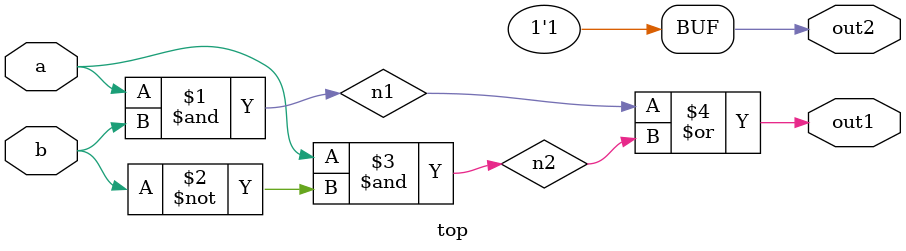
<source format=v>
module top (
    a , b , out1, out2 );
    input a , b;
    output out1, out2;
    wire n1 , n2;
    assign n1 = a & b;
    assign n2 = a & ~b;
    assign out1 = n1 | n2;
    assign out2 = 1;
endmodule
</source>
